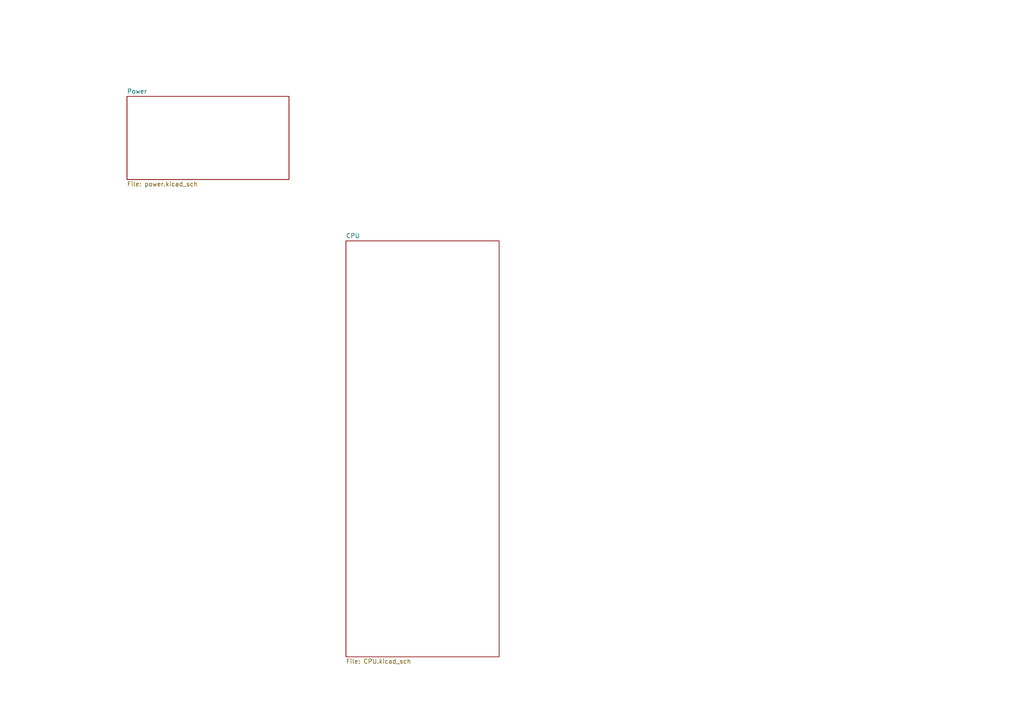
<source format=kicad_sch>
(kicad_sch (version 20211123) (generator eeschema)
  (paper "A4")
  (lib_symbols)
  (sheet (at 100.33 69.85) (size 44.45 120.65) (stroke (width 0.1524))
    (property "Sheet name" "CPU" (at 100.33 69.1384 0) (effects (justify left bottom)))
    (property "Sheet file" "CPU.kicad_sch" (at 100.33 191.0846 0) (effects (justify left top)))
  )
  (sheet (at 36.83 27.94) (size 46.99 24.13) (stroke (width 0.1524))
    (property "Sheet name" "Power" (at 36.83 27.2284 0) (effects (justify left bottom)))
    (property "Sheet file" "power.kicad_sch" (at 36.83 52.6546 0) (effects (justify left top)))
  )
)
</source>
